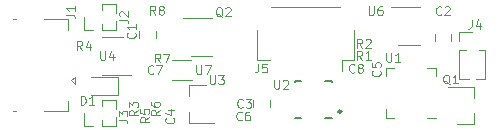
<source format=gbr>
G04 #@! TF.GenerationSoftware,KiCad,Pcbnew,(5.1.7)-1*
G04 #@! TF.CreationDate,2020-11-02T14:52:46+01:00*
G04 #@! TF.ProjectId,Broche lumineuse,42726f63-6865-4206-9c75-6d696e657573,rev?*
G04 #@! TF.SameCoordinates,Original*
G04 #@! TF.FileFunction,Legend,Top*
G04 #@! TF.FilePolarity,Positive*
%FSLAX46Y46*%
G04 Gerber Fmt 4.6, Leading zero omitted, Abs format (unit mm)*
G04 Created by KiCad (PCBNEW (5.1.7)-1) date 2020-11-02 14:52:46*
%MOMM*%
%LPD*%
G01*
G04 APERTURE LIST*
%ADD10C,0.120000*%
%ADD11C,0.150000*%
%ADD12C,0.250000*%
G04 APERTURE END LIST*
D10*
X145264500Y-91157922D02*
X145264500Y-91675078D01*
X143844500Y-91157922D02*
X143844500Y-91675078D01*
X168863500Y-91411922D02*
X168863500Y-91929078D01*
X170283500Y-91411922D02*
X170283500Y-91929078D01*
X153496500Y-97517078D02*
X153496500Y-96999922D01*
X154916500Y-97517078D02*
X154916500Y-96999922D01*
X139779500Y-96518000D02*
X142064500Y-96518000D01*
X142064500Y-96518000D02*
X142064500Y-95048000D01*
X142064500Y-95048000D02*
X139779500Y-95048000D01*
X138385000Y-95005000D02*
X138385000Y-95605000D01*
X138085000Y-95305000D02*
X138385000Y-95605000D01*
X138085000Y-95305000D02*
X138385000Y-95005000D01*
X137855000Y-90135000D02*
X137855000Y-91005000D01*
X137855000Y-97875000D02*
X135785000Y-97875000D01*
X137855000Y-90135000D02*
X135785000Y-90135000D01*
X137855000Y-97005000D02*
X137855000Y-97875000D01*
X133385000Y-97875000D02*
X133135000Y-97875000D01*
X133385000Y-90135000D02*
X133135000Y-90135000D01*
X139159000Y-91051000D02*
X139159000Y-89941000D01*
X139919000Y-91051000D02*
X139159000Y-91051000D01*
X140679000Y-89377529D02*
X140679000Y-88831000D01*
X140679000Y-91051000D02*
X140679000Y-90504471D01*
X140679000Y-88831000D02*
X141884000Y-88831000D01*
X140679000Y-91051000D02*
X141884000Y-91051000D01*
X141884000Y-89633470D02*
X141884000Y-88831000D01*
X141884000Y-91051000D02*
X141884000Y-90248530D01*
X141884000Y-99179000D02*
X141884000Y-98376530D01*
X141884000Y-97761470D02*
X141884000Y-96959000D01*
X140679000Y-99179000D02*
X141884000Y-99179000D01*
X140679000Y-96959000D02*
X141884000Y-96959000D01*
X140679000Y-99179000D02*
X140679000Y-98632471D01*
X140679000Y-97505529D02*
X140679000Y-96959000D01*
X139919000Y-99179000D02*
X139159000Y-99179000D01*
X139159000Y-99179000D02*
X139159000Y-98069000D01*
X170940000Y-95208000D02*
X171742470Y-95208000D01*
X172357530Y-95208000D02*
X173160000Y-95208000D01*
X170940000Y-92733000D02*
X170940000Y-95208000D01*
X173160000Y-92733000D02*
X173160000Y-95208000D01*
X170940000Y-92733000D02*
X171486529Y-92733000D01*
X172613471Y-92733000D02*
X173160000Y-92733000D01*
X170940000Y-91973000D02*
X170940000Y-91213000D01*
X170940000Y-91213000D02*
X172050000Y-91213000D01*
X172191000Y-99014000D02*
X170731000Y-99014000D01*
X172191000Y-95854000D02*
X170031000Y-95854000D01*
X172191000Y-95854000D02*
X172191000Y-96784000D01*
X172191000Y-99014000D02*
X172191000Y-98084000D01*
X150006000Y-89982000D02*
X147556000Y-89982000D01*
X148206000Y-93202000D02*
X150006000Y-93202000D01*
X165458000Y-98464500D02*
X164733000Y-98464500D01*
X164733000Y-98464500D02*
X164733000Y-97739500D01*
X168228000Y-94244500D02*
X168953000Y-94244500D01*
X168953000Y-94244500D02*
X168953000Y-94969500D01*
X165458000Y-94244500D02*
X164733000Y-94244500D01*
X164733000Y-94244500D02*
X164733000Y-94969500D01*
X168228000Y-98464500D02*
X168953000Y-98464500D01*
D11*
X160138000Y-98476000D02*
X159615500Y-98476000D01*
X157560500Y-98476000D02*
X157038000Y-98476000D01*
X157038000Y-95376000D02*
X157038000Y-95398500D01*
X157038000Y-98453500D02*
X157038000Y-98476000D01*
X160138000Y-95376000D02*
X159615500Y-95376000D01*
X157560500Y-95376000D02*
X157038000Y-95376000D01*
X160138000Y-95376000D02*
X160138000Y-95398500D01*
X160138000Y-98453500D02*
X160138000Y-98476000D01*
D12*
X160963000Y-97926000D02*
G75*
G03*
X160963000Y-97926000I-125000J0D01*
G01*
D10*
X148033000Y-95727000D02*
X148033000Y-96657000D01*
X148033000Y-98887000D02*
X148033000Y-97957000D01*
X148033000Y-98887000D02*
X150193000Y-98887000D01*
X148033000Y-95727000D02*
X149493000Y-95727000D01*
X142513000Y-91633000D02*
X140713000Y-91633000D01*
X140713000Y-94853000D02*
X143163000Y-94853000D01*
X165795500Y-92313000D02*
X167595500Y-92313000D01*
X167595500Y-89093000D02*
X165145500Y-89093000D01*
X148353500Y-95291500D02*
X146653500Y-95291500D01*
X148203500Y-93591500D02*
X146653500Y-93591500D01*
X162063000Y-91037500D02*
X162063000Y-93537500D01*
X162063000Y-93537500D02*
X161013000Y-93537500D01*
X161013000Y-93537500D02*
X161013000Y-94527500D01*
X153843000Y-91037500D02*
X153843000Y-93537500D01*
X153843000Y-93537500D02*
X154893000Y-93537500D01*
X160893000Y-89067500D02*
X155013000Y-89067500D01*
X143487857Y-91265000D02*
X143523571Y-91300714D01*
X143559285Y-91407857D01*
X143559285Y-91479285D01*
X143523571Y-91586428D01*
X143452142Y-91657857D01*
X143380714Y-91693571D01*
X143237857Y-91729285D01*
X143130714Y-91729285D01*
X142987857Y-91693571D01*
X142916428Y-91657857D01*
X142845000Y-91586428D01*
X142809285Y-91479285D01*
X142809285Y-91407857D01*
X142845000Y-91300714D01*
X142880714Y-91265000D01*
X143559285Y-90550714D02*
X143559285Y-90979285D01*
X143559285Y-90765000D02*
X142809285Y-90765000D01*
X142916428Y-90836428D01*
X142987857Y-90907857D01*
X143023571Y-90979285D01*
X169445000Y-89707857D02*
X169409285Y-89743571D01*
X169302142Y-89779285D01*
X169230714Y-89779285D01*
X169123571Y-89743571D01*
X169052142Y-89672142D01*
X169016428Y-89600714D01*
X168980714Y-89457857D01*
X168980714Y-89350714D01*
X169016428Y-89207857D01*
X169052142Y-89136428D01*
X169123571Y-89065000D01*
X169230714Y-89029285D01*
X169302142Y-89029285D01*
X169409285Y-89065000D01*
X169445000Y-89100714D01*
X169730714Y-89100714D02*
X169766428Y-89065000D01*
X169837857Y-89029285D01*
X170016428Y-89029285D01*
X170087857Y-89065000D01*
X170123571Y-89100714D01*
X170159285Y-89172142D01*
X170159285Y-89243571D01*
X170123571Y-89350714D01*
X169695000Y-89779285D01*
X170159285Y-89779285D01*
X152625000Y-97547857D02*
X152589285Y-97583571D01*
X152482142Y-97619285D01*
X152410714Y-97619285D01*
X152303571Y-97583571D01*
X152232142Y-97512142D01*
X152196428Y-97440714D01*
X152160714Y-97297857D01*
X152160714Y-97190714D01*
X152196428Y-97047857D01*
X152232142Y-96976428D01*
X152303571Y-96905000D01*
X152410714Y-96869285D01*
X152482142Y-96869285D01*
X152589285Y-96905000D01*
X152625000Y-96940714D01*
X152875000Y-96869285D02*
X153339285Y-96869285D01*
X153089285Y-97155000D01*
X153196428Y-97155000D01*
X153267857Y-97190714D01*
X153303571Y-97226428D01*
X153339285Y-97297857D01*
X153339285Y-97476428D01*
X153303571Y-97547857D01*
X153267857Y-97583571D01*
X153196428Y-97619285D01*
X152982142Y-97619285D01*
X152910714Y-97583571D01*
X152875000Y-97547857D01*
X146747857Y-98485000D02*
X146783571Y-98520714D01*
X146819285Y-98627857D01*
X146819285Y-98699285D01*
X146783571Y-98806428D01*
X146712142Y-98877857D01*
X146640714Y-98913571D01*
X146497857Y-98949285D01*
X146390714Y-98949285D01*
X146247857Y-98913571D01*
X146176428Y-98877857D01*
X146105000Y-98806428D01*
X146069285Y-98699285D01*
X146069285Y-98627857D01*
X146105000Y-98520714D01*
X146140714Y-98485000D01*
X146319285Y-97842142D02*
X146819285Y-97842142D01*
X146033571Y-98020714D02*
X146569285Y-98199285D01*
X146569285Y-97735000D01*
X164227857Y-94485000D02*
X164263571Y-94520714D01*
X164299285Y-94627857D01*
X164299285Y-94699285D01*
X164263571Y-94806428D01*
X164192142Y-94877857D01*
X164120714Y-94913571D01*
X163977857Y-94949285D01*
X163870714Y-94949285D01*
X163727857Y-94913571D01*
X163656428Y-94877857D01*
X163585000Y-94806428D01*
X163549285Y-94699285D01*
X163549285Y-94627857D01*
X163585000Y-94520714D01*
X163620714Y-94485000D01*
X163549285Y-93806428D02*
X163549285Y-94163571D01*
X163906428Y-94199285D01*
X163870714Y-94163571D01*
X163835000Y-94092142D01*
X163835000Y-93913571D01*
X163870714Y-93842142D01*
X163906428Y-93806428D01*
X163977857Y-93770714D01*
X164156428Y-93770714D01*
X164227857Y-93806428D01*
X164263571Y-93842142D01*
X164299285Y-93913571D01*
X164299285Y-94092142D01*
X164263571Y-94163571D01*
X164227857Y-94199285D01*
X152525000Y-98617857D02*
X152489285Y-98653571D01*
X152382142Y-98689285D01*
X152310714Y-98689285D01*
X152203571Y-98653571D01*
X152132142Y-98582142D01*
X152096428Y-98510714D01*
X152060714Y-98367857D01*
X152060714Y-98260714D01*
X152096428Y-98117857D01*
X152132142Y-98046428D01*
X152203571Y-97975000D01*
X152310714Y-97939285D01*
X152382142Y-97939285D01*
X152489285Y-97975000D01*
X152525000Y-98010714D01*
X153167857Y-97939285D02*
X153025000Y-97939285D01*
X152953571Y-97975000D01*
X152917857Y-98010714D01*
X152846428Y-98117857D01*
X152810714Y-98260714D01*
X152810714Y-98546428D01*
X152846428Y-98617857D01*
X152882142Y-98653571D01*
X152953571Y-98689285D01*
X153096428Y-98689285D01*
X153167857Y-98653571D01*
X153203571Y-98617857D01*
X153239285Y-98546428D01*
X153239285Y-98367857D01*
X153203571Y-98296428D01*
X153167857Y-98260714D01*
X153096428Y-98225000D01*
X152953571Y-98225000D01*
X152882142Y-98260714D01*
X152846428Y-98296428D01*
X152810714Y-98367857D01*
X145055000Y-94687857D02*
X145019285Y-94723571D01*
X144912142Y-94759285D01*
X144840714Y-94759285D01*
X144733571Y-94723571D01*
X144662142Y-94652142D01*
X144626428Y-94580714D01*
X144590714Y-94437857D01*
X144590714Y-94330714D01*
X144626428Y-94187857D01*
X144662142Y-94116428D01*
X144733571Y-94045000D01*
X144840714Y-94009285D01*
X144912142Y-94009285D01*
X145019285Y-94045000D01*
X145055000Y-94080714D01*
X145305000Y-94009285D02*
X145805000Y-94009285D01*
X145483571Y-94759285D01*
X162075000Y-94567857D02*
X162039285Y-94603571D01*
X161932142Y-94639285D01*
X161860714Y-94639285D01*
X161753571Y-94603571D01*
X161682142Y-94532142D01*
X161646428Y-94460714D01*
X161610714Y-94317857D01*
X161610714Y-94210714D01*
X161646428Y-94067857D01*
X161682142Y-93996428D01*
X161753571Y-93925000D01*
X161860714Y-93889285D01*
X161932142Y-93889285D01*
X162039285Y-93925000D01*
X162075000Y-93960714D01*
X162503571Y-94210714D02*
X162432142Y-94175000D01*
X162396428Y-94139285D01*
X162360714Y-94067857D01*
X162360714Y-94032142D01*
X162396428Y-93960714D01*
X162432142Y-93925000D01*
X162503571Y-93889285D01*
X162646428Y-93889285D01*
X162717857Y-93925000D01*
X162753571Y-93960714D01*
X162789285Y-94032142D01*
X162789285Y-94067857D01*
X162753571Y-94139285D01*
X162717857Y-94175000D01*
X162646428Y-94210714D01*
X162503571Y-94210714D01*
X162432142Y-94246428D01*
X162396428Y-94282142D01*
X162360714Y-94353571D01*
X162360714Y-94496428D01*
X162396428Y-94567857D01*
X162432142Y-94603571D01*
X162503571Y-94639285D01*
X162646428Y-94639285D01*
X162717857Y-94603571D01*
X162753571Y-94567857D01*
X162789285Y-94496428D01*
X162789285Y-94353571D01*
X162753571Y-94282142D01*
X162717857Y-94246428D01*
X162646428Y-94210714D01*
X138916428Y-97359285D02*
X138916428Y-96609285D01*
X139095000Y-96609285D01*
X139202142Y-96645000D01*
X139273571Y-96716428D01*
X139309285Y-96787857D01*
X139345000Y-96930714D01*
X139345000Y-97037857D01*
X139309285Y-97180714D01*
X139273571Y-97252142D01*
X139202142Y-97323571D01*
X139095000Y-97359285D01*
X138916428Y-97359285D01*
X140059285Y-97359285D02*
X139630714Y-97359285D01*
X139845000Y-97359285D02*
X139845000Y-96609285D01*
X139773571Y-96716428D01*
X139702142Y-96787857D01*
X139630714Y-96823571D01*
X137659285Y-89750000D02*
X138195000Y-89750000D01*
X138302142Y-89785714D01*
X138373571Y-89857142D01*
X138409285Y-89964285D01*
X138409285Y-90035714D01*
X138409285Y-89000000D02*
X138409285Y-89428571D01*
X138409285Y-89214285D02*
X137659285Y-89214285D01*
X137766428Y-89285714D01*
X137837857Y-89357142D01*
X137873571Y-89428571D01*
X142169285Y-90190000D02*
X142705000Y-90190000D01*
X142812142Y-90225714D01*
X142883571Y-90297142D01*
X142919285Y-90404285D01*
X142919285Y-90475714D01*
X142240714Y-89868571D02*
X142205000Y-89832857D01*
X142169285Y-89761428D01*
X142169285Y-89582857D01*
X142205000Y-89511428D01*
X142240714Y-89475714D01*
X142312142Y-89440000D01*
X142383571Y-89440000D01*
X142490714Y-89475714D01*
X142919285Y-89904285D01*
X142919285Y-89440000D01*
X142109285Y-98640000D02*
X142645000Y-98640000D01*
X142752142Y-98675714D01*
X142823571Y-98747142D01*
X142859285Y-98854285D01*
X142859285Y-98925714D01*
X142109285Y-98354285D02*
X142109285Y-97890000D01*
X142395000Y-98140000D01*
X142395000Y-98032857D01*
X142430714Y-97961428D01*
X142466428Y-97925714D01*
X142537857Y-97890000D01*
X142716428Y-97890000D01*
X142787857Y-97925714D01*
X142823571Y-97961428D01*
X142859285Y-98032857D01*
X142859285Y-98247142D01*
X142823571Y-98318571D01*
X142787857Y-98354285D01*
X172010000Y-90169285D02*
X172010000Y-90705000D01*
X171974285Y-90812142D01*
X171902857Y-90883571D01*
X171795714Y-90919285D01*
X171724285Y-90919285D01*
X172688571Y-90419285D02*
X172688571Y-90919285D01*
X172510000Y-90133571D02*
X172331428Y-90669285D01*
X172795714Y-90669285D01*
X170148571Y-95630714D02*
X170077142Y-95595000D01*
X170005714Y-95523571D01*
X169898571Y-95416428D01*
X169827142Y-95380714D01*
X169755714Y-95380714D01*
X169791428Y-95559285D02*
X169720000Y-95523571D01*
X169648571Y-95452142D01*
X169612857Y-95309285D01*
X169612857Y-95059285D01*
X169648571Y-94916428D01*
X169720000Y-94845000D01*
X169791428Y-94809285D01*
X169934285Y-94809285D01*
X170005714Y-94845000D01*
X170077142Y-94916428D01*
X170112857Y-95059285D01*
X170112857Y-95309285D01*
X170077142Y-95452142D01*
X170005714Y-95523571D01*
X169934285Y-95559285D01*
X169791428Y-95559285D01*
X170827142Y-95559285D02*
X170398571Y-95559285D01*
X170612857Y-95559285D02*
X170612857Y-94809285D01*
X170541428Y-94916428D01*
X170470000Y-94987857D01*
X170398571Y-95023571D01*
X150908571Y-89940714D02*
X150837142Y-89905000D01*
X150765714Y-89833571D01*
X150658571Y-89726428D01*
X150587142Y-89690714D01*
X150515714Y-89690714D01*
X150551428Y-89869285D02*
X150480000Y-89833571D01*
X150408571Y-89762142D01*
X150372857Y-89619285D01*
X150372857Y-89369285D01*
X150408571Y-89226428D01*
X150480000Y-89155000D01*
X150551428Y-89119285D01*
X150694285Y-89119285D01*
X150765714Y-89155000D01*
X150837142Y-89226428D01*
X150872857Y-89369285D01*
X150872857Y-89619285D01*
X150837142Y-89762142D01*
X150765714Y-89833571D01*
X150694285Y-89869285D01*
X150551428Y-89869285D01*
X151158571Y-89190714D02*
X151194285Y-89155000D01*
X151265714Y-89119285D01*
X151444285Y-89119285D01*
X151515714Y-89155000D01*
X151551428Y-89190714D01*
X151587142Y-89262142D01*
X151587142Y-89333571D01*
X151551428Y-89440714D01*
X151122857Y-89869285D01*
X151587142Y-89869285D01*
X162735000Y-93559285D02*
X162485000Y-93202142D01*
X162306428Y-93559285D02*
X162306428Y-92809285D01*
X162592142Y-92809285D01*
X162663571Y-92845000D01*
X162699285Y-92880714D01*
X162735000Y-92952142D01*
X162735000Y-93059285D01*
X162699285Y-93130714D01*
X162663571Y-93166428D01*
X162592142Y-93202142D01*
X162306428Y-93202142D01*
X163449285Y-93559285D02*
X163020714Y-93559285D01*
X163235000Y-93559285D02*
X163235000Y-92809285D01*
X163163571Y-92916428D01*
X163092142Y-92987857D01*
X163020714Y-93023571D01*
X162735000Y-92529285D02*
X162485000Y-92172142D01*
X162306428Y-92529285D02*
X162306428Y-91779285D01*
X162592142Y-91779285D01*
X162663571Y-91815000D01*
X162699285Y-91850714D01*
X162735000Y-91922142D01*
X162735000Y-92029285D01*
X162699285Y-92100714D01*
X162663571Y-92136428D01*
X162592142Y-92172142D01*
X162306428Y-92172142D01*
X163020714Y-91850714D02*
X163056428Y-91815000D01*
X163127857Y-91779285D01*
X163306428Y-91779285D01*
X163377857Y-91815000D01*
X163413571Y-91850714D01*
X163449285Y-91922142D01*
X163449285Y-91993571D01*
X163413571Y-92100714D01*
X162985000Y-92529285D01*
X163449285Y-92529285D01*
X143749285Y-97835000D02*
X143392142Y-98085000D01*
X143749285Y-98263571D02*
X142999285Y-98263571D01*
X142999285Y-97977857D01*
X143035000Y-97906428D01*
X143070714Y-97870714D01*
X143142142Y-97835000D01*
X143249285Y-97835000D01*
X143320714Y-97870714D01*
X143356428Y-97906428D01*
X143392142Y-97977857D01*
X143392142Y-98263571D01*
X142999285Y-97585000D02*
X142999285Y-97120714D01*
X143285000Y-97370714D01*
X143285000Y-97263571D01*
X143320714Y-97192142D01*
X143356428Y-97156428D01*
X143427857Y-97120714D01*
X143606428Y-97120714D01*
X143677857Y-97156428D01*
X143713571Y-97192142D01*
X143749285Y-97263571D01*
X143749285Y-97477857D01*
X143713571Y-97549285D01*
X143677857Y-97585000D01*
X139025000Y-92719285D02*
X138775000Y-92362142D01*
X138596428Y-92719285D02*
X138596428Y-91969285D01*
X138882142Y-91969285D01*
X138953571Y-92005000D01*
X138989285Y-92040714D01*
X139025000Y-92112142D01*
X139025000Y-92219285D01*
X138989285Y-92290714D01*
X138953571Y-92326428D01*
X138882142Y-92362142D01*
X138596428Y-92362142D01*
X139667857Y-92219285D02*
X139667857Y-92719285D01*
X139489285Y-91933571D02*
X139310714Y-92469285D01*
X139775000Y-92469285D01*
X144709285Y-98405000D02*
X144352142Y-98655000D01*
X144709285Y-98833571D02*
X143959285Y-98833571D01*
X143959285Y-98547857D01*
X143995000Y-98476428D01*
X144030714Y-98440714D01*
X144102142Y-98405000D01*
X144209285Y-98405000D01*
X144280714Y-98440714D01*
X144316428Y-98476428D01*
X144352142Y-98547857D01*
X144352142Y-98833571D01*
X143959285Y-97726428D02*
X143959285Y-98083571D01*
X144316428Y-98119285D01*
X144280714Y-98083571D01*
X144245000Y-98012142D01*
X144245000Y-97833571D01*
X144280714Y-97762142D01*
X144316428Y-97726428D01*
X144387857Y-97690714D01*
X144566428Y-97690714D01*
X144637857Y-97726428D01*
X144673571Y-97762142D01*
X144709285Y-97833571D01*
X144709285Y-98012142D01*
X144673571Y-98083571D01*
X144637857Y-98119285D01*
X145609285Y-97805000D02*
X145252142Y-98055000D01*
X145609285Y-98233571D02*
X144859285Y-98233571D01*
X144859285Y-97947857D01*
X144895000Y-97876428D01*
X144930714Y-97840714D01*
X145002142Y-97805000D01*
X145109285Y-97805000D01*
X145180714Y-97840714D01*
X145216428Y-97876428D01*
X145252142Y-97947857D01*
X145252142Y-98233571D01*
X144859285Y-97162142D02*
X144859285Y-97305000D01*
X144895000Y-97376428D01*
X144930714Y-97412142D01*
X145037857Y-97483571D01*
X145180714Y-97519285D01*
X145466428Y-97519285D01*
X145537857Y-97483571D01*
X145573571Y-97447857D01*
X145609285Y-97376428D01*
X145609285Y-97233571D01*
X145573571Y-97162142D01*
X145537857Y-97126428D01*
X145466428Y-97090714D01*
X145287857Y-97090714D01*
X145216428Y-97126428D01*
X145180714Y-97162142D01*
X145145000Y-97233571D01*
X145145000Y-97376428D01*
X145180714Y-97447857D01*
X145216428Y-97483571D01*
X145287857Y-97519285D01*
X145655000Y-93779285D02*
X145405000Y-93422142D01*
X145226428Y-93779285D02*
X145226428Y-93029285D01*
X145512142Y-93029285D01*
X145583571Y-93065000D01*
X145619285Y-93100714D01*
X145655000Y-93172142D01*
X145655000Y-93279285D01*
X145619285Y-93350714D01*
X145583571Y-93386428D01*
X145512142Y-93422142D01*
X145226428Y-93422142D01*
X145905000Y-93029285D02*
X146405000Y-93029285D01*
X146083571Y-93779285D01*
X145235000Y-89729285D02*
X144985000Y-89372142D01*
X144806428Y-89729285D02*
X144806428Y-88979285D01*
X145092142Y-88979285D01*
X145163571Y-89015000D01*
X145199285Y-89050714D01*
X145235000Y-89122142D01*
X145235000Y-89229285D01*
X145199285Y-89300714D01*
X145163571Y-89336428D01*
X145092142Y-89372142D01*
X144806428Y-89372142D01*
X145663571Y-89300714D02*
X145592142Y-89265000D01*
X145556428Y-89229285D01*
X145520714Y-89157857D01*
X145520714Y-89122142D01*
X145556428Y-89050714D01*
X145592142Y-89015000D01*
X145663571Y-88979285D01*
X145806428Y-88979285D01*
X145877857Y-89015000D01*
X145913571Y-89050714D01*
X145949285Y-89122142D01*
X145949285Y-89157857D01*
X145913571Y-89229285D01*
X145877857Y-89265000D01*
X145806428Y-89300714D01*
X145663571Y-89300714D01*
X145592142Y-89336428D01*
X145556428Y-89372142D01*
X145520714Y-89443571D01*
X145520714Y-89586428D01*
X145556428Y-89657857D01*
X145592142Y-89693571D01*
X145663571Y-89729285D01*
X145806428Y-89729285D01*
X145877857Y-89693571D01*
X145913571Y-89657857D01*
X145949285Y-89586428D01*
X145949285Y-89443571D01*
X145913571Y-89372142D01*
X145877857Y-89336428D01*
X145806428Y-89300714D01*
X164788571Y-92979285D02*
X164788571Y-93586428D01*
X164824285Y-93657857D01*
X164860000Y-93693571D01*
X164931428Y-93729285D01*
X165074285Y-93729285D01*
X165145714Y-93693571D01*
X165181428Y-93657857D01*
X165217142Y-93586428D01*
X165217142Y-92979285D01*
X165967142Y-93729285D02*
X165538571Y-93729285D01*
X165752857Y-93729285D02*
X165752857Y-92979285D01*
X165681428Y-93086428D01*
X165610000Y-93157857D01*
X165538571Y-93193571D01*
X155280571Y-95259285D02*
X155280571Y-95866428D01*
X155316285Y-95937857D01*
X155352000Y-95973571D01*
X155423428Y-96009285D01*
X155566285Y-96009285D01*
X155637714Y-95973571D01*
X155673428Y-95937857D01*
X155709142Y-95866428D01*
X155709142Y-95259285D01*
X156030571Y-95330714D02*
X156066285Y-95295000D01*
X156137714Y-95259285D01*
X156316285Y-95259285D01*
X156387714Y-95295000D01*
X156423428Y-95330714D01*
X156459142Y-95402142D01*
X156459142Y-95473571D01*
X156423428Y-95580714D01*
X155994857Y-96009285D01*
X156459142Y-96009285D01*
X149828571Y-94879285D02*
X149828571Y-95486428D01*
X149864285Y-95557857D01*
X149900000Y-95593571D01*
X149971428Y-95629285D01*
X150114285Y-95629285D01*
X150185714Y-95593571D01*
X150221428Y-95557857D01*
X150257142Y-95486428D01*
X150257142Y-94879285D01*
X150542857Y-94879285D02*
X151007142Y-94879285D01*
X150757142Y-95165000D01*
X150864285Y-95165000D01*
X150935714Y-95200714D01*
X150971428Y-95236428D01*
X151007142Y-95307857D01*
X151007142Y-95486428D01*
X150971428Y-95557857D01*
X150935714Y-95593571D01*
X150864285Y-95629285D01*
X150650000Y-95629285D01*
X150578571Y-95593571D01*
X150542857Y-95557857D01*
X140554071Y-92832285D02*
X140554071Y-93439428D01*
X140589785Y-93510857D01*
X140625500Y-93546571D01*
X140696928Y-93582285D01*
X140839785Y-93582285D01*
X140911214Y-93546571D01*
X140946928Y-93510857D01*
X140982642Y-93439428D01*
X140982642Y-92832285D01*
X141661214Y-93082285D02*
X141661214Y-93582285D01*
X141482642Y-92796571D02*
X141304071Y-93332285D01*
X141768357Y-93332285D01*
X163278571Y-89019285D02*
X163278571Y-89626428D01*
X163314285Y-89697857D01*
X163350000Y-89733571D01*
X163421428Y-89769285D01*
X163564285Y-89769285D01*
X163635714Y-89733571D01*
X163671428Y-89697857D01*
X163707142Y-89626428D01*
X163707142Y-89019285D01*
X164385714Y-89019285D02*
X164242857Y-89019285D01*
X164171428Y-89055000D01*
X164135714Y-89090714D01*
X164064285Y-89197857D01*
X164028571Y-89340714D01*
X164028571Y-89626428D01*
X164064285Y-89697857D01*
X164100000Y-89733571D01*
X164171428Y-89769285D01*
X164314285Y-89769285D01*
X164385714Y-89733571D01*
X164421428Y-89697857D01*
X164457142Y-89626428D01*
X164457142Y-89447857D01*
X164421428Y-89376428D01*
X164385714Y-89340714D01*
X164314285Y-89305000D01*
X164171428Y-89305000D01*
X164100000Y-89340714D01*
X164064285Y-89376428D01*
X164028571Y-89447857D01*
X148698571Y-94009285D02*
X148698571Y-94616428D01*
X148734285Y-94687857D01*
X148770000Y-94723571D01*
X148841428Y-94759285D01*
X148984285Y-94759285D01*
X149055714Y-94723571D01*
X149091428Y-94687857D01*
X149127142Y-94616428D01*
X149127142Y-94009285D01*
X149412857Y-94009285D02*
X149912857Y-94009285D01*
X149591428Y-94759285D01*
X153930000Y-93879285D02*
X153930000Y-94415000D01*
X153894285Y-94522142D01*
X153822857Y-94593571D01*
X153715714Y-94629285D01*
X153644285Y-94629285D01*
X154644285Y-93879285D02*
X154287142Y-93879285D01*
X154251428Y-94236428D01*
X154287142Y-94200714D01*
X154358571Y-94165000D01*
X154537142Y-94165000D01*
X154608571Y-94200714D01*
X154644285Y-94236428D01*
X154680000Y-94307857D01*
X154680000Y-94486428D01*
X154644285Y-94557857D01*
X154608571Y-94593571D01*
X154537142Y-94629285D01*
X154358571Y-94629285D01*
X154287142Y-94593571D01*
X154251428Y-94557857D01*
M02*

</source>
